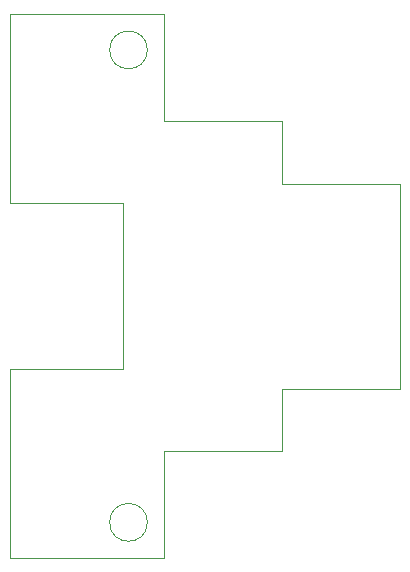
<source format=gm1>
G04 #@! TF.GenerationSoftware,KiCad,Pcbnew,(5.1.6-0-10_14)*
G04 #@! TF.CreationDate,2020-08-07T14:48:58+09:00*
G04 #@! TF.ProjectId,con_lid_1x8,636f6e5f-6c69-4645-9f31-78382e6b6963,rev?*
G04 #@! TF.SameCoordinates,Original*
G04 #@! TF.FileFunction,Profile,NP*
%FSLAX46Y46*%
G04 Gerber Fmt 4.6, Leading zero omitted, Abs format (unit mm)*
G04 Created by KiCad (PCBNEW (5.1.6-0-10_14)) date 2020-08-07 14:48:58*
%MOMM*%
%LPD*%
G01*
G04 APERTURE LIST*
G04 #@! TA.AperFunction,Profile*
%ADD10C,0.100000*%
G04 #@! TD*
G04 APERTURE END LIST*
D10*
X109000000Y-70000000D02*
X109000000Y-72000000D01*
X122000000Y-70000000D02*
X109000000Y-70000000D01*
X109000000Y-116000000D02*
X109000000Y-114000000D01*
X115000000Y-116000000D02*
X109000000Y-116000000D01*
X122000000Y-116000000D02*
X115000000Y-116000000D01*
X122000000Y-107000000D02*
X122000000Y-116000000D01*
X109000000Y-114000000D02*
X109000000Y-100000000D01*
X118500000Y-100000000D02*
X109000000Y-100000000D01*
X118500000Y-86000000D02*
X109000000Y-86000000D01*
X118500000Y-86000000D02*
X118500000Y-100000000D01*
X122000000Y-79000000D02*
X132000000Y-79000000D01*
X122000000Y-70000000D02*
X122000000Y-79000000D01*
X122000000Y-107000000D02*
X132000000Y-107000000D01*
X132000000Y-101675000D02*
X142000000Y-101675000D01*
X132000000Y-107000000D02*
X132000000Y-101675000D01*
X132000000Y-84325000D02*
X142000000Y-84325000D01*
X132000000Y-79000000D02*
X132000000Y-84325000D01*
X120600000Y-113000000D02*
G75*
G03*
X120600000Y-113000000I-1600000J0D01*
G01*
X120600000Y-73000000D02*
G75*
G03*
X120600000Y-73000000I-1600000J0D01*
G01*
X109000000Y-86000000D02*
X109000000Y-72000000D01*
X142000000Y-84325000D02*
X142000000Y-101675000D01*
M02*

</source>
